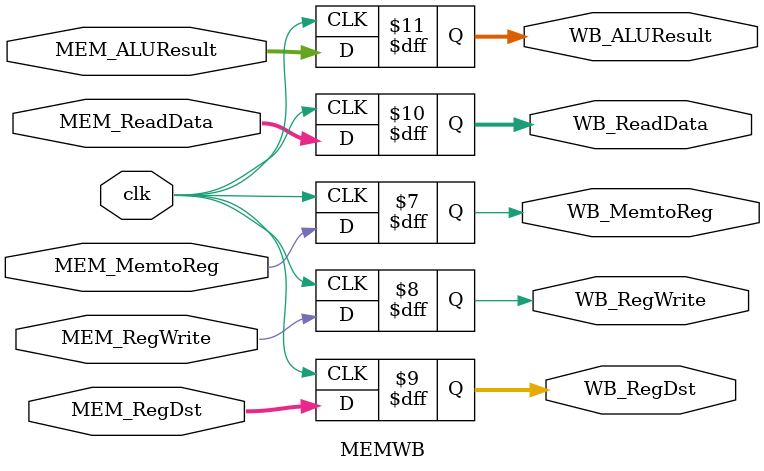
<source format=v>
`timescale 1ns / 1ps


module MEMWB(clk, MEM_MemtoReg, MEM_RegWrite, MEM_RegDst, MEM_ReadData, MEM_ALUResult, WB_MemtoReg, WB_RegWrite, WB_RegDst, WB_ReadData, WB_ALUResult);

    input clk;
    input MEM_MemtoReg;
    input MEM_RegWrite;
    input [4:0] MEM_RegDst;
    input [31:0] MEM_ReadData;
    input [31:0] MEM_ALUResult;
    output WB_MemtoReg;
    output WB_RegWrite;
    output [4:0] WB_RegDst;
    output [31:0] WB_ReadData;
    output [31:0] WB_ALUResult;


    reg WB_MemtoReg=1'b0;
    reg WB_RegWrite=1'b0;
    reg [4:0] WB_RegDst=4'b0;
    reg [31:0] WB_ReadData=32'b0;
    reg [31:0] WB_ALUResult=32'b0;
    
    always @(posedge clk) begin
        WB_MemtoReg = MEM_MemtoReg;
        WB_RegWrite = MEM_RegWrite;
        WB_RegDst = MEM_RegDst;
        WB_ReadData = MEM_ReadData;
        WB_ALUResult = MEM_ALUResult;
    end

endmodule

</source>
